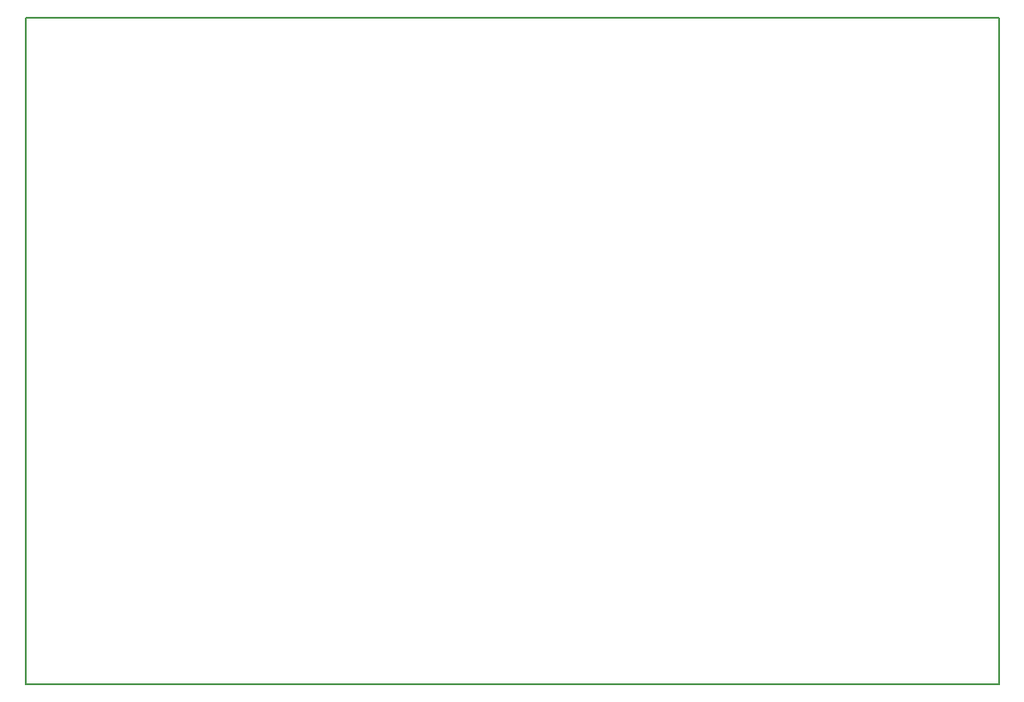
<source format=gbr>
%TF.GenerationSoftware,KiCad,Pcbnew,7.0.5*%
%TF.CreationDate,2023-08-26T23:20:04+09:00*%
%TF.ProjectId,Power_Supply,506f7765-725f-4537-9570-706c792e6b69,rev?*%
%TF.SameCoordinates,Original*%
%TF.FileFunction,Profile,NP*%
%FSLAX46Y46*%
G04 Gerber Fmt 4.6, Leading zero omitted, Abs format (unit mm)*
G04 Created by KiCad (PCBNEW 7.0.5) date 2023-08-26 23:20:04*
%MOMM*%
%LPD*%
G01*
G04 APERTURE LIST*
%TA.AperFunction,Profile*%
%ADD10C,0.200000*%
%TD*%
G04 APERTURE END LIST*
D10*
X60706000Y-45720000D02*
X153416000Y-45720000D01*
X153416000Y-109220000D01*
X60706000Y-109220000D01*
X60706000Y-45720000D01*
M02*

</source>
